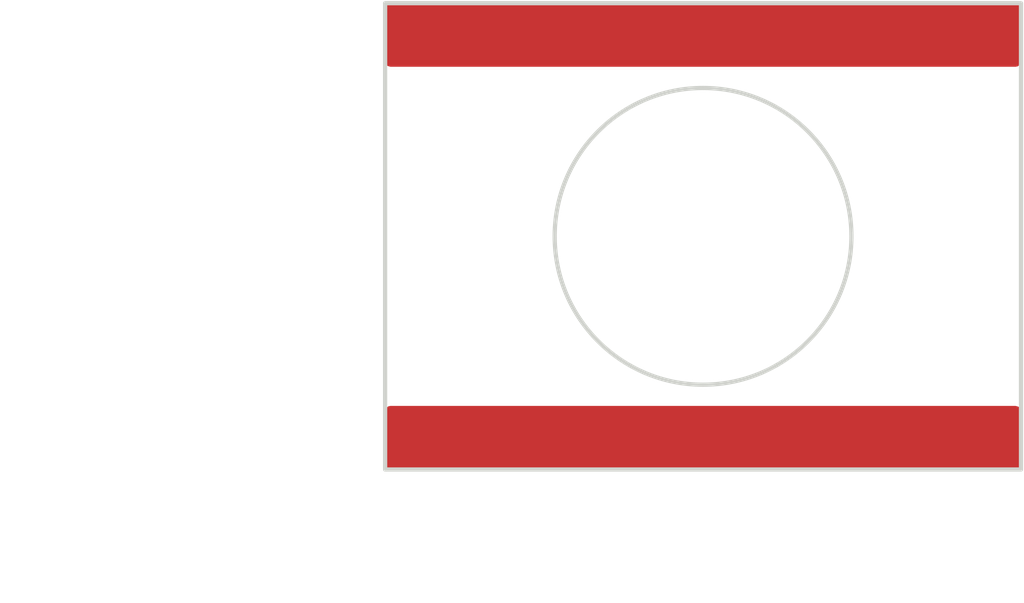
<source format=kicad_pcb>
(kicad_pcb (version 20221018) (generator pcbnew)

  (general
    (thickness 1.6)
  )

  (paper "A4")
  (layers
    (0 "F.Cu" signal)
    (31 "B.Cu" signal)
    (32 "B.Adhes" user "B.Adhesive")
    (33 "F.Adhes" user "F.Adhesive")
    (34 "B.Paste" user)
    (35 "F.Paste" user)
    (36 "B.SilkS" user "B.Silkscreen")
    (37 "F.SilkS" user "F.Silkscreen")
    (38 "B.Mask" user)
    (39 "F.Mask" user)
    (40 "Dwgs.User" user "User.Drawings")
    (41 "Cmts.User" user "User.Comments")
    (42 "Eco1.User" user "User.Eco1")
    (43 "Eco2.User" user "User.Eco2")
    (44 "Edge.Cuts" user)
    (45 "Margin" user)
    (46 "B.CrtYd" user "B.Courtyard")
    (47 "F.CrtYd" user "F.Courtyard")
    (48 "B.Fab" user)
    (49 "F.Fab" user)
    (50 "User.1" user)
    (51 "User.2" user)
    (52 "User.3" user)
    (53 "User.4" user)
    (54 "User.5" user)
    (55 "User.6" user)
    (56 "User.7" user)
    (57 "User.8" user)
    (58 "User.9" user)
  )

  (setup
    (pad_to_mask_clearance 0)
    (pcbplotparams
      (layerselection 0x00010fc_ffffffff)
      (plot_on_all_layers_selection 0x0000000_00000000)
      (disableapertmacros false)
      (usegerberextensions false)
      (usegerberattributes true)
      (usegerberadvancedattributes true)
      (creategerberjobfile true)
      (dashed_line_dash_ratio 12.000000)
      (dashed_line_gap_ratio 3.000000)
      (svgprecision 4)
      (plotframeref false)
      (viasonmask false)
      (mode 1)
      (useauxorigin false)
      (hpglpennumber 1)
      (hpglpenspeed 20)
      (hpglpendiameter 15.000000)
      (dxfpolygonmode true)
      (dxfimperialunits true)
      (dxfusepcbnewfont true)
      (psnegative false)
      (psa4output false)
      (plotreference true)
      (plotvalue true)
      (plotinvisibletext false)
      (sketchpadsonfab false)
      (subtractmaskfromsilk false)
      (outputformat 1)
      (mirror false)
      (drillshape 1)
      (scaleselection 1)
      (outputdirectory "")
    )
  )

  (net 0 "")
  (net 1 "/B")
  (net 2 "/A")

  (gr_circle (center 132.5 84.5) (end 136 84.5)
    (stroke (width 0.1) (type default)) (fill none) (layer "Edge.Cuts") (tstamp 8e9acee4-9d45-4430-bcce-ff9c7b83f4d7))
  (gr_rect (start 125 79) (end 140 90)
    (stroke (width 0.1) (type default)) (fill none) (layer "Edge.Cuts") (tstamp c87fb17c-97f5-4593-b054-edc44f29507b))
  (dimension (type aligned) (layer "Dwgs.User") (tstamp 4daaa64e-39a4-4e3f-a5d3-0c1e6c1219a2)
    (pts (xy 125 90) (xy 125 79))
    (height -3)
    (gr_text "11,0000 mm" (at 120.85 84.5 90) (layer "Dwgs.User") (tstamp 4daaa64e-39a4-4e3f-a5d3-0c1e6c1219a2)
      (effects (font (size 1 1) (thickness 0.15)))
    )
    (format (prefix "") (suffix "") (units 3) (units_format 1) (precision 4))
    (style (thickness 0.15) (arrow_length 1.27) (text_position_mode 0) (extension_height 0.58642) (extension_offset 0.5) keep_text_aligned)
  )
  (dimension (type aligned) (layer "Dwgs.User") (tstamp 89f91d31-8a54-4df1-b6e3-ebef4f620223)
    (pts (xy 125 90) (xy 140 90))
    (height 2.5)
    (gr_text "15,0000 mm" (at 132.5 91.35) (layer "Dwgs.User") (tstamp 89f91d31-8a54-4df1-b6e3-ebef4f620223)
      (effects (font (size 1 1) (thickness 0.15)))
    )
    (format (prefix "") (suffix "") (units 3) (units_format 1) (precision 4))
    (style (thickness 0.15) (arrow_length 1.27) (text_position_mode 0) (extension_height 0.58642) (extension_offset 0.5) keep_text_aligned)
  )

  (zone (net 2) (net_name "/A") (layer "F.Cu") (tstamp 078a1631-7e46-4eb1-a052-884c6807f388) (hatch edge 0.5)
    (connect_pads (clearance 0.5))
    (min_thickness 0.25) (filled_areas_thickness no)
    (fill yes (thermal_gap 0.5) (thermal_bridge_width 0.5))
    (polygon
      (pts
        (xy 125 79)
        (xy 140 79)
        (xy 140 80.5)
        (xy 125 80.5)
      )
    )
    (filled_polygon
      (layer "F.Cu")
      (pts
        (xy 139.942539 79.020185)
        (xy 139.988294 79.072989)
        (xy 139.9995 79.1245)
        (xy 139.9995 80.376)
        (xy 139.979815 80.443039)
        (xy 139.927011 80.488794)
        (xy 139.8755 80.5)
        (xy 125.1245 80.5)
        (xy 125.057461 80.480315)
        (xy 125.011706 80.427511)
        (xy 125.0005 80.376)
        (xy 125.0005 79.1245)
        (xy 125.020185 79.057461)
        (xy 125.072989 79.011706)
        (xy 125.1245 79.0005)
        (xy 139.8755 79.0005)
      )
    )
  )
  (zone (net 1) (net_name "/B") (layer "F.Cu") (tstamp 9514b853-54b0-47e1-b383-b4150ee19e49) (hatch edge 0.5)
    (connect_pads (clearance 0.5))
    (min_thickness 0.25) (filled_areas_thickness no)
    (fill yes (thermal_gap 0.5) (thermal_bridge_width 0.5))
    (polygon
      (pts
        (xy 125 88.5)
        (xy 140 88.5)
        (xy 140 90)
        (xy 125 90)
      )
    )
    (filled_polygon
      (layer "F.Cu")
      (pts
        (xy 139.942539 88.519685)
        (xy 139.988294 88.572489)
        (xy 139.9995 88.624)
        (xy 139.9995 89.8755)
        (xy 139.979815 89.942539)
        (xy 139.927011 89.988294)
        (xy 139.8755 89.9995)
        (xy 125.1245 89.9995)
        (xy 125.057461 89.979815)
        (xy 125.011706 89.927011)
        (xy 125.0005 89.8755)
        (xy 125.0005 88.624)
        (xy 125.020185 88.556961)
        (xy 125.072989 88.511206)
        (xy 125.1245 88.5)
        (xy 139.8755 88.5)
      )
    )
  )
  (zone (net 0) (net_name "") (layer "F.Mask") (tstamp 1de9d32e-e8b6-4d8b-97b5-3115c03b2135) (hatch edge 0.5)
    (connect_pads (clearance 0.5))
    (min_thickness 0.25) (filled_areas_thickness no)
    (fill yes (thermal_gap 0.5) (thermal_bridge_width 0.5))
    (polygon
      (pts
        (xy 125 88.5)
        (xy 140 88.5)
        (xy 140 90)
        (xy 125 90)
      )
    )
    (filled_polygon
      (layer "F.Mask")
      (island)
      (pts
        (xy 139.943039 88.519685)
        (xy 139.988794 88.572489)
        (xy 140 88.624)
        (xy 140 89.876)
        (xy 139.980315 89.943039)
        (xy 139.927511 89.988794)
        (xy 139.876 90)
        (xy 125.124 90)
        (xy 125.056961 89.980315)
        (xy 125.011206 89.927511)
        (xy 125 89.876)
        (xy 125 88.624)
        (xy 125.019685 88.556961)
        (xy 125.072489 88.511206)
        (xy 125.124 88.5)
        (xy 139.876 88.5)
      )
    )
  )
  (zone (net 0) (net_name "") (layer "F.Mask") (tstamp 41277eae-1e94-4b21-9abe-81a329bfef90) (hatch edge 0.5)
    (connect_pads (clearance 0.5))
    (min_thickness 0.25) (filled_areas_thickness no)
    (fill yes (thermal_gap 0.5) (thermal_bridge_width 0.5))
    (polygon
      (pts
        (xy 125 79)
        (xy 140 79)
        (xy 140 80.5)
        (xy 125 80.5)
      )
    )
    (filled_polygon
      (layer "F.Mask")
      (island)
      (pts
        (xy 139.943039 79.019685)
        (xy 139.988794 79.072489)
        (xy 140 79.124)
        (xy 140 80.376)
        (xy 139.980315 80.443039)
        (xy 139.927511 80.488794)
        (xy 139.876 80.5)
        (xy 125.124 80.5)
        (xy 125.056961 80.480315)
        (xy 125.011206 80.427511)
        (xy 125 80.376)
        (xy 125 79.124)
        (xy 125.019685 79.056961)
        (xy 125.072489 79.011206)
        (xy 125.124 79)
        (xy 139.876 79)
      )
    )
  )
)

</source>
